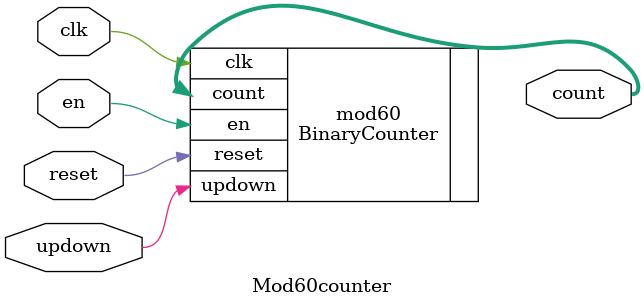
<source format=v>
`timescale 1ns / 1ps


module Mod60counter(
input clk, reset,en, output [5:0] count, input updown
    );
    BinaryCounter #(6,60) mod60 (.clk(clk), .reset(reset), .en(en), .count(count), .updown(updown));
    endmodule

</source>
